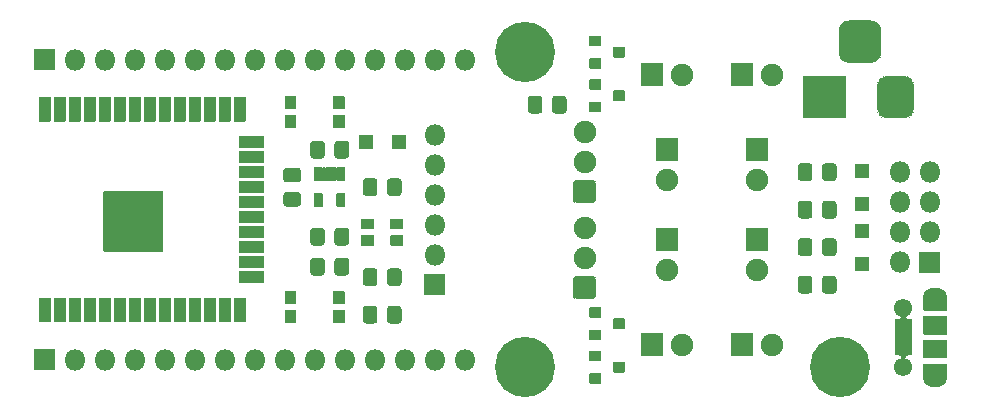
<source format=gbr>
G04 #@! TF.GenerationSoftware,KiCad,Pcbnew,(5.1.9-0-10_14)*
G04 #@! TF.CreationDate,2021-06-13T22:04:25-05:00*
G04 #@! TF.ProjectId,kbxIrBlaster,6b627849-7242-46c6-9173-7465722e6b69,rev?*
G04 #@! TF.SameCoordinates,Original*
G04 #@! TF.FileFunction,Soldermask,Top*
G04 #@! TF.FilePolarity,Negative*
%FSLAX46Y46*%
G04 Gerber Fmt 4.6, Leading zero omitted, Abs format (unit mm)*
G04 Created by KiCad (PCBNEW (5.1.9-0-10_14)) date 2021-06-13 22:04:25*
%MOMM*%
%LPD*%
G01*
G04 APERTURE LIST*
%ADD10O,2.002000X1.302000*%
%ADD11C,1.552000*%
%ADD12C,1.902000*%
%ADD13O,1.802000X1.802000*%
%ADD14C,0.902000*%
%ADD15C,5.102000*%
%ADD16C,0.100000*%
G04 APERTURE END LIST*
G36*
G01*
X146039999Y-79259000D02*
X146690001Y-79259000D01*
G75*
G02*
X146741000Y-79309999I0J-50999D01*
G01*
X146741000Y-80370001D01*
G75*
G02*
X146690001Y-80421000I-50999J0D01*
G01*
X146039999Y-80421000D01*
G75*
G02*
X145989000Y-80370001I0J50999D01*
G01*
X145989000Y-79309999D01*
G75*
G02*
X146039999Y-79259000I50999J0D01*
G01*
G37*
G36*
G01*
X144139999Y-79259000D02*
X144790001Y-79259000D01*
G75*
G02*
X144841000Y-79309999I0J-50999D01*
G01*
X144841000Y-80370001D01*
G75*
G02*
X144790001Y-80421000I-50999J0D01*
G01*
X144139999Y-80421000D01*
G75*
G02*
X144089000Y-80370001I0J50999D01*
G01*
X144089000Y-79309999D01*
G75*
G02*
X144139999Y-79259000I50999J0D01*
G01*
G37*
G36*
G01*
X144139999Y-77059000D02*
X144790001Y-77059000D01*
G75*
G02*
X144841000Y-77109999I0J-50999D01*
G01*
X144841000Y-78170001D01*
G75*
G02*
X144790001Y-78221000I-50999J0D01*
G01*
X144139999Y-78221000D01*
G75*
G02*
X144089000Y-78170001I0J50999D01*
G01*
X144089000Y-77109999D01*
G75*
G02*
X144139999Y-77059000I50999J0D01*
G01*
G37*
G36*
G01*
X145089999Y-77059000D02*
X145740001Y-77059000D01*
G75*
G02*
X145791000Y-77109999I0J-50999D01*
G01*
X145791000Y-78170001D01*
G75*
G02*
X145740001Y-78221000I-50999J0D01*
G01*
X145089999Y-78221000D01*
G75*
G02*
X145039000Y-78170001I0J50999D01*
G01*
X145039000Y-77109999D01*
G75*
G02*
X145089999Y-77059000I50999J0D01*
G01*
G37*
G36*
G01*
X146039999Y-77059000D02*
X146690001Y-77059000D01*
G75*
G02*
X146741000Y-77109999I0J-50999D01*
G01*
X146741000Y-78170001D01*
G75*
G02*
X146690001Y-78221000I-50999J0D01*
G01*
X146039999Y-78221000D01*
G75*
G02*
X145989000Y-78170001I0J50999D01*
G01*
X145989000Y-77109999D01*
G75*
G02*
X146039999Y-77059000I50999J0D01*
G01*
G37*
G36*
G01*
X197640501Y-94991000D02*
X195740499Y-94991000D01*
G75*
G02*
X195689500Y-94940001I0J50999D01*
G01*
X195689500Y-93739999D01*
G75*
G02*
X195740499Y-93689000I50999J0D01*
G01*
X197640501Y-93689000D01*
G75*
G02*
X197691500Y-93739999I0J-50999D01*
G01*
X197691500Y-94940001D01*
G75*
G02*
X197640501Y-94991000I-50999J0D01*
G01*
G37*
G36*
G01*
X197640501Y-89191000D02*
X195740499Y-89191000D01*
G75*
G02*
X195689500Y-89140001I0J50999D01*
G01*
X195689500Y-87939999D01*
G75*
G02*
X195740499Y-87889000I50999J0D01*
G01*
X197640501Y-87889000D01*
G75*
G02*
X197691500Y-87939999I0J-50999D01*
G01*
X197691500Y-89140001D01*
G75*
G02*
X197640501Y-89191000I-50999J0D01*
G01*
G37*
D10*
X196690500Y-87940000D03*
X196690500Y-94940000D03*
G36*
G01*
X197640500Y-93241000D02*
X195740500Y-93241000D01*
G75*
G02*
X195689500Y-93190000I0J51000D01*
G01*
X195689500Y-91690000D01*
G75*
G02*
X195740500Y-91639000I51000J0D01*
G01*
X197640500Y-91639000D01*
G75*
G02*
X197691500Y-91690000I0J-51000D01*
G01*
X197691500Y-93190000D01*
G75*
G02*
X197640500Y-93241000I-51000J0D01*
G01*
G37*
D11*
X193990500Y-88940000D03*
G36*
G01*
X194665500Y-91691000D02*
X193315500Y-91691000D01*
G75*
G02*
X193264500Y-91640000I0J51000D01*
G01*
X193264500Y-91240000D01*
G75*
G02*
X193315500Y-91189000I51000J0D01*
G01*
X194665500Y-91189000D01*
G75*
G02*
X194716500Y-91240000I0J-51000D01*
G01*
X194716500Y-91640000D01*
G75*
G02*
X194665500Y-91691000I-51000J0D01*
G01*
G37*
G36*
G01*
X194665500Y-91041000D02*
X193315500Y-91041000D01*
G75*
G02*
X193264500Y-90990000I0J51000D01*
G01*
X193264500Y-90590000D01*
G75*
G02*
X193315500Y-90539000I51000J0D01*
G01*
X194665500Y-90539000D01*
G75*
G02*
X194716500Y-90590000I0J-51000D01*
G01*
X194716500Y-90990000D01*
G75*
G02*
X194665500Y-91041000I-51000J0D01*
G01*
G37*
G36*
G01*
X194665500Y-90391000D02*
X193315500Y-90391000D01*
G75*
G02*
X193264500Y-90340000I0J51000D01*
G01*
X193264500Y-89940000D01*
G75*
G02*
X193315500Y-89889000I51000J0D01*
G01*
X194665500Y-89889000D01*
G75*
G02*
X194716500Y-89940000I0J-51000D01*
G01*
X194716500Y-90340000D01*
G75*
G02*
X194665500Y-90391000I-51000J0D01*
G01*
G37*
G36*
G01*
X194665500Y-92991000D02*
X193315500Y-92991000D01*
G75*
G02*
X193264500Y-92940000I0J51000D01*
G01*
X193264500Y-92540000D01*
G75*
G02*
X193315500Y-92489000I51000J0D01*
G01*
X194665500Y-92489000D01*
G75*
G02*
X194716500Y-92540000I0J-51000D01*
G01*
X194716500Y-92940000D01*
G75*
G02*
X194665500Y-92991000I-51000J0D01*
G01*
G37*
G36*
G01*
X194665500Y-92341000D02*
X193315500Y-92341000D01*
G75*
G02*
X193264500Y-92290000I0J51000D01*
G01*
X193264500Y-91890000D01*
G75*
G02*
X193315500Y-91839000I51000J0D01*
G01*
X194665500Y-91839000D01*
G75*
G02*
X194716500Y-91890000I0J-51000D01*
G01*
X194716500Y-92290000D01*
G75*
G02*
X194665500Y-92341000I-51000J0D01*
G01*
G37*
X193990500Y-93940000D03*
G36*
G01*
X197640500Y-91241000D02*
X195740500Y-91241000D01*
G75*
G02*
X195689500Y-91190000I0J51000D01*
G01*
X195689500Y-89690000D01*
G75*
G02*
X195740500Y-89639000I51000J0D01*
G01*
X197640500Y-89639000D01*
G75*
G02*
X197691500Y-89690000I0J-51000D01*
G01*
X197691500Y-91190000D01*
G75*
G02*
X197640500Y-91241000I-51000J0D01*
G01*
G37*
G36*
G01*
X121735000Y-73196000D02*
X120835000Y-73196000D01*
G75*
G02*
X120784000Y-73145000I0J51000D01*
G01*
X120784000Y-71145000D01*
G75*
G02*
X120835000Y-71094000I51000J0D01*
G01*
X121735000Y-71094000D01*
G75*
G02*
X121786000Y-71145000I0J-51000D01*
G01*
X121786000Y-73145000D01*
G75*
G02*
X121735000Y-73196000I-51000J0D01*
G01*
G37*
G36*
G01*
X123005000Y-73196000D02*
X122105000Y-73196000D01*
G75*
G02*
X122054000Y-73145000I0J51000D01*
G01*
X122054000Y-71145000D01*
G75*
G02*
X122105000Y-71094000I51000J0D01*
G01*
X123005000Y-71094000D01*
G75*
G02*
X123056000Y-71145000I0J-51000D01*
G01*
X123056000Y-73145000D01*
G75*
G02*
X123005000Y-73196000I-51000J0D01*
G01*
G37*
G36*
G01*
X124275000Y-73196000D02*
X123375000Y-73196000D01*
G75*
G02*
X123324000Y-73145000I0J51000D01*
G01*
X123324000Y-71145000D01*
G75*
G02*
X123375000Y-71094000I51000J0D01*
G01*
X124275000Y-71094000D01*
G75*
G02*
X124326000Y-71145000I0J-51000D01*
G01*
X124326000Y-73145000D01*
G75*
G02*
X124275000Y-73196000I-51000J0D01*
G01*
G37*
G36*
G01*
X125545000Y-73196000D02*
X124645000Y-73196000D01*
G75*
G02*
X124594000Y-73145000I0J51000D01*
G01*
X124594000Y-71145000D01*
G75*
G02*
X124645000Y-71094000I51000J0D01*
G01*
X125545000Y-71094000D01*
G75*
G02*
X125596000Y-71145000I0J-51000D01*
G01*
X125596000Y-73145000D01*
G75*
G02*
X125545000Y-73196000I-51000J0D01*
G01*
G37*
G36*
G01*
X126815000Y-73196000D02*
X125915000Y-73196000D01*
G75*
G02*
X125864000Y-73145000I0J51000D01*
G01*
X125864000Y-71145000D01*
G75*
G02*
X125915000Y-71094000I51000J0D01*
G01*
X126815000Y-71094000D01*
G75*
G02*
X126866000Y-71145000I0J-51000D01*
G01*
X126866000Y-73145000D01*
G75*
G02*
X126815000Y-73196000I-51000J0D01*
G01*
G37*
G36*
G01*
X128085000Y-73196000D02*
X127185000Y-73196000D01*
G75*
G02*
X127134000Y-73145000I0J51000D01*
G01*
X127134000Y-71145000D01*
G75*
G02*
X127185000Y-71094000I51000J0D01*
G01*
X128085000Y-71094000D01*
G75*
G02*
X128136000Y-71145000I0J-51000D01*
G01*
X128136000Y-73145000D01*
G75*
G02*
X128085000Y-73196000I-51000J0D01*
G01*
G37*
G36*
G01*
X129355000Y-73196000D02*
X128455000Y-73196000D01*
G75*
G02*
X128404000Y-73145000I0J51000D01*
G01*
X128404000Y-71145000D01*
G75*
G02*
X128455000Y-71094000I51000J0D01*
G01*
X129355000Y-71094000D01*
G75*
G02*
X129406000Y-71145000I0J-51000D01*
G01*
X129406000Y-73145000D01*
G75*
G02*
X129355000Y-73196000I-51000J0D01*
G01*
G37*
G36*
G01*
X130625000Y-73196000D02*
X129725000Y-73196000D01*
G75*
G02*
X129674000Y-73145000I0J51000D01*
G01*
X129674000Y-71145000D01*
G75*
G02*
X129725000Y-71094000I51000J0D01*
G01*
X130625000Y-71094000D01*
G75*
G02*
X130676000Y-71145000I0J-51000D01*
G01*
X130676000Y-73145000D01*
G75*
G02*
X130625000Y-73196000I-51000J0D01*
G01*
G37*
G36*
G01*
X131895000Y-73196000D02*
X130995000Y-73196000D01*
G75*
G02*
X130944000Y-73145000I0J51000D01*
G01*
X130944000Y-71145000D01*
G75*
G02*
X130995000Y-71094000I51000J0D01*
G01*
X131895000Y-71094000D01*
G75*
G02*
X131946000Y-71145000I0J-51000D01*
G01*
X131946000Y-73145000D01*
G75*
G02*
X131895000Y-73196000I-51000J0D01*
G01*
G37*
G36*
G01*
X133165000Y-73196000D02*
X132265000Y-73196000D01*
G75*
G02*
X132214000Y-73145000I0J51000D01*
G01*
X132214000Y-71145000D01*
G75*
G02*
X132265000Y-71094000I51000J0D01*
G01*
X133165000Y-71094000D01*
G75*
G02*
X133216000Y-71145000I0J-51000D01*
G01*
X133216000Y-73145000D01*
G75*
G02*
X133165000Y-73196000I-51000J0D01*
G01*
G37*
G36*
G01*
X134435000Y-73196000D02*
X133535000Y-73196000D01*
G75*
G02*
X133484000Y-73145000I0J51000D01*
G01*
X133484000Y-71145000D01*
G75*
G02*
X133535000Y-71094000I51000J0D01*
G01*
X134435000Y-71094000D01*
G75*
G02*
X134486000Y-71145000I0J-51000D01*
G01*
X134486000Y-73145000D01*
G75*
G02*
X134435000Y-73196000I-51000J0D01*
G01*
G37*
G36*
G01*
X135705000Y-73196000D02*
X134805000Y-73196000D01*
G75*
G02*
X134754000Y-73145000I0J51000D01*
G01*
X134754000Y-71145000D01*
G75*
G02*
X134805000Y-71094000I51000J0D01*
G01*
X135705000Y-71094000D01*
G75*
G02*
X135756000Y-71145000I0J-51000D01*
G01*
X135756000Y-73145000D01*
G75*
G02*
X135705000Y-73196000I-51000J0D01*
G01*
G37*
G36*
G01*
X136975000Y-73196000D02*
X136075000Y-73196000D01*
G75*
G02*
X136024000Y-73145000I0J51000D01*
G01*
X136024000Y-71145000D01*
G75*
G02*
X136075000Y-71094000I51000J0D01*
G01*
X136975000Y-71094000D01*
G75*
G02*
X137026000Y-71145000I0J-51000D01*
G01*
X137026000Y-73145000D01*
G75*
G02*
X136975000Y-73196000I-51000J0D01*
G01*
G37*
G36*
G01*
X138245000Y-73196000D02*
X137345000Y-73196000D01*
G75*
G02*
X137294000Y-73145000I0J51000D01*
G01*
X137294000Y-71145000D01*
G75*
G02*
X137345000Y-71094000I51000J0D01*
G01*
X138245000Y-71094000D01*
G75*
G02*
X138296000Y-71145000I0J-51000D01*
G01*
X138296000Y-73145000D01*
G75*
G02*
X138245000Y-73196000I-51000J0D01*
G01*
G37*
G36*
G01*
X139846000Y-74480000D02*
X139846000Y-75380000D01*
G75*
G02*
X139795000Y-75431000I-51000J0D01*
G01*
X137795000Y-75431000D01*
G75*
G02*
X137744000Y-75380000I0J51000D01*
G01*
X137744000Y-74480000D01*
G75*
G02*
X137795000Y-74429000I51000J0D01*
G01*
X139795000Y-74429000D01*
G75*
G02*
X139846000Y-74480000I0J-51000D01*
G01*
G37*
G36*
G01*
X139846000Y-75750000D02*
X139846000Y-76650000D01*
G75*
G02*
X139795000Y-76701000I-51000J0D01*
G01*
X137795000Y-76701000D01*
G75*
G02*
X137744000Y-76650000I0J51000D01*
G01*
X137744000Y-75750000D01*
G75*
G02*
X137795000Y-75699000I51000J0D01*
G01*
X139795000Y-75699000D01*
G75*
G02*
X139846000Y-75750000I0J-51000D01*
G01*
G37*
G36*
G01*
X139846000Y-77020000D02*
X139846000Y-77920000D01*
G75*
G02*
X139795000Y-77971000I-51000J0D01*
G01*
X137795000Y-77971000D01*
G75*
G02*
X137744000Y-77920000I0J51000D01*
G01*
X137744000Y-77020000D01*
G75*
G02*
X137795000Y-76969000I51000J0D01*
G01*
X139795000Y-76969000D01*
G75*
G02*
X139846000Y-77020000I0J-51000D01*
G01*
G37*
G36*
G01*
X139846000Y-78290000D02*
X139846000Y-79190000D01*
G75*
G02*
X139795000Y-79241000I-51000J0D01*
G01*
X137795000Y-79241000D01*
G75*
G02*
X137744000Y-79190000I0J51000D01*
G01*
X137744000Y-78290000D01*
G75*
G02*
X137795000Y-78239000I51000J0D01*
G01*
X139795000Y-78239000D01*
G75*
G02*
X139846000Y-78290000I0J-51000D01*
G01*
G37*
G36*
G01*
X139846000Y-79560000D02*
X139846000Y-80460000D01*
G75*
G02*
X139795000Y-80511000I-51000J0D01*
G01*
X137795000Y-80511000D01*
G75*
G02*
X137744000Y-80460000I0J51000D01*
G01*
X137744000Y-79560000D01*
G75*
G02*
X137795000Y-79509000I51000J0D01*
G01*
X139795000Y-79509000D01*
G75*
G02*
X139846000Y-79560000I0J-51000D01*
G01*
G37*
G36*
G01*
X139846000Y-80830000D02*
X139846000Y-81730000D01*
G75*
G02*
X139795000Y-81781000I-51000J0D01*
G01*
X137795000Y-81781000D01*
G75*
G02*
X137744000Y-81730000I0J51000D01*
G01*
X137744000Y-80830000D01*
G75*
G02*
X137795000Y-80779000I51000J0D01*
G01*
X139795000Y-80779000D01*
G75*
G02*
X139846000Y-80830000I0J-51000D01*
G01*
G37*
G36*
G01*
X139846000Y-82100000D02*
X139846000Y-83000000D01*
G75*
G02*
X139795000Y-83051000I-51000J0D01*
G01*
X137795000Y-83051000D01*
G75*
G02*
X137744000Y-83000000I0J51000D01*
G01*
X137744000Y-82100000D01*
G75*
G02*
X137795000Y-82049000I51000J0D01*
G01*
X139795000Y-82049000D01*
G75*
G02*
X139846000Y-82100000I0J-51000D01*
G01*
G37*
G36*
G01*
X139846000Y-83370000D02*
X139846000Y-84270000D01*
G75*
G02*
X139795000Y-84321000I-51000J0D01*
G01*
X137795000Y-84321000D01*
G75*
G02*
X137744000Y-84270000I0J51000D01*
G01*
X137744000Y-83370000D01*
G75*
G02*
X137795000Y-83319000I51000J0D01*
G01*
X139795000Y-83319000D01*
G75*
G02*
X139846000Y-83370000I0J-51000D01*
G01*
G37*
G36*
G01*
X139846000Y-84640000D02*
X139846000Y-85540000D01*
G75*
G02*
X139795000Y-85591000I-51000J0D01*
G01*
X137795000Y-85591000D01*
G75*
G02*
X137744000Y-85540000I0J51000D01*
G01*
X137744000Y-84640000D01*
G75*
G02*
X137795000Y-84589000I51000J0D01*
G01*
X139795000Y-84589000D01*
G75*
G02*
X139846000Y-84640000I0J-51000D01*
G01*
G37*
G36*
G01*
X139846000Y-85910000D02*
X139846000Y-86810000D01*
G75*
G02*
X139795000Y-86861000I-51000J0D01*
G01*
X137795000Y-86861000D01*
G75*
G02*
X137744000Y-86810000I0J51000D01*
G01*
X137744000Y-85910000D01*
G75*
G02*
X137795000Y-85859000I51000J0D01*
G01*
X139795000Y-85859000D01*
G75*
G02*
X139846000Y-85910000I0J-51000D01*
G01*
G37*
G36*
G01*
X138245000Y-90196000D02*
X137345000Y-90196000D01*
G75*
G02*
X137294000Y-90145000I0J51000D01*
G01*
X137294000Y-88145000D01*
G75*
G02*
X137345000Y-88094000I51000J0D01*
G01*
X138245000Y-88094000D01*
G75*
G02*
X138296000Y-88145000I0J-51000D01*
G01*
X138296000Y-90145000D01*
G75*
G02*
X138245000Y-90196000I-51000J0D01*
G01*
G37*
G36*
G01*
X136975000Y-90196000D02*
X136075000Y-90196000D01*
G75*
G02*
X136024000Y-90145000I0J51000D01*
G01*
X136024000Y-88145000D01*
G75*
G02*
X136075000Y-88094000I51000J0D01*
G01*
X136975000Y-88094000D01*
G75*
G02*
X137026000Y-88145000I0J-51000D01*
G01*
X137026000Y-90145000D01*
G75*
G02*
X136975000Y-90196000I-51000J0D01*
G01*
G37*
G36*
G01*
X135705000Y-90196000D02*
X134805000Y-90196000D01*
G75*
G02*
X134754000Y-90145000I0J51000D01*
G01*
X134754000Y-88145000D01*
G75*
G02*
X134805000Y-88094000I51000J0D01*
G01*
X135705000Y-88094000D01*
G75*
G02*
X135756000Y-88145000I0J-51000D01*
G01*
X135756000Y-90145000D01*
G75*
G02*
X135705000Y-90196000I-51000J0D01*
G01*
G37*
G36*
G01*
X134435000Y-90196000D02*
X133535000Y-90196000D01*
G75*
G02*
X133484000Y-90145000I0J51000D01*
G01*
X133484000Y-88145000D01*
G75*
G02*
X133535000Y-88094000I51000J0D01*
G01*
X134435000Y-88094000D01*
G75*
G02*
X134486000Y-88145000I0J-51000D01*
G01*
X134486000Y-90145000D01*
G75*
G02*
X134435000Y-90196000I-51000J0D01*
G01*
G37*
G36*
G01*
X133165000Y-90196000D02*
X132265000Y-90196000D01*
G75*
G02*
X132214000Y-90145000I0J51000D01*
G01*
X132214000Y-88145000D01*
G75*
G02*
X132265000Y-88094000I51000J0D01*
G01*
X133165000Y-88094000D01*
G75*
G02*
X133216000Y-88145000I0J-51000D01*
G01*
X133216000Y-90145000D01*
G75*
G02*
X133165000Y-90196000I-51000J0D01*
G01*
G37*
G36*
G01*
X131895000Y-90196000D02*
X130995000Y-90196000D01*
G75*
G02*
X130944000Y-90145000I0J51000D01*
G01*
X130944000Y-88145000D01*
G75*
G02*
X130995000Y-88094000I51000J0D01*
G01*
X131895000Y-88094000D01*
G75*
G02*
X131946000Y-88145000I0J-51000D01*
G01*
X131946000Y-90145000D01*
G75*
G02*
X131895000Y-90196000I-51000J0D01*
G01*
G37*
G36*
G01*
X130625000Y-90196000D02*
X129725000Y-90196000D01*
G75*
G02*
X129674000Y-90145000I0J51000D01*
G01*
X129674000Y-88145000D01*
G75*
G02*
X129725000Y-88094000I51000J0D01*
G01*
X130625000Y-88094000D01*
G75*
G02*
X130676000Y-88145000I0J-51000D01*
G01*
X130676000Y-90145000D01*
G75*
G02*
X130625000Y-90196000I-51000J0D01*
G01*
G37*
G36*
G01*
X129355000Y-90196000D02*
X128455000Y-90196000D01*
G75*
G02*
X128404000Y-90145000I0J51000D01*
G01*
X128404000Y-88145000D01*
G75*
G02*
X128455000Y-88094000I51000J0D01*
G01*
X129355000Y-88094000D01*
G75*
G02*
X129406000Y-88145000I0J-51000D01*
G01*
X129406000Y-90145000D01*
G75*
G02*
X129355000Y-90196000I-51000J0D01*
G01*
G37*
G36*
G01*
X128085000Y-90196000D02*
X127185000Y-90196000D01*
G75*
G02*
X127134000Y-90145000I0J51000D01*
G01*
X127134000Y-88145000D01*
G75*
G02*
X127185000Y-88094000I51000J0D01*
G01*
X128085000Y-88094000D01*
G75*
G02*
X128136000Y-88145000I0J-51000D01*
G01*
X128136000Y-90145000D01*
G75*
G02*
X128085000Y-90196000I-51000J0D01*
G01*
G37*
G36*
G01*
X126815000Y-90196000D02*
X125915000Y-90196000D01*
G75*
G02*
X125864000Y-90145000I0J51000D01*
G01*
X125864000Y-88145000D01*
G75*
G02*
X125915000Y-88094000I51000J0D01*
G01*
X126815000Y-88094000D01*
G75*
G02*
X126866000Y-88145000I0J-51000D01*
G01*
X126866000Y-90145000D01*
G75*
G02*
X126815000Y-90196000I-51000J0D01*
G01*
G37*
G36*
G01*
X125545000Y-90196000D02*
X124645000Y-90196000D01*
G75*
G02*
X124594000Y-90145000I0J51000D01*
G01*
X124594000Y-88145000D01*
G75*
G02*
X124645000Y-88094000I51000J0D01*
G01*
X125545000Y-88094000D01*
G75*
G02*
X125596000Y-88145000I0J-51000D01*
G01*
X125596000Y-90145000D01*
G75*
G02*
X125545000Y-90196000I-51000J0D01*
G01*
G37*
G36*
G01*
X124275000Y-90196000D02*
X123375000Y-90196000D01*
G75*
G02*
X123324000Y-90145000I0J51000D01*
G01*
X123324000Y-88145000D01*
G75*
G02*
X123375000Y-88094000I51000J0D01*
G01*
X124275000Y-88094000D01*
G75*
G02*
X124326000Y-88145000I0J-51000D01*
G01*
X124326000Y-90145000D01*
G75*
G02*
X124275000Y-90196000I-51000J0D01*
G01*
G37*
G36*
G01*
X123005000Y-90196000D02*
X122105000Y-90196000D01*
G75*
G02*
X122054000Y-90145000I0J51000D01*
G01*
X122054000Y-88145000D01*
G75*
G02*
X122105000Y-88094000I51000J0D01*
G01*
X123005000Y-88094000D01*
G75*
G02*
X123056000Y-88145000I0J-51000D01*
G01*
X123056000Y-90145000D01*
G75*
G02*
X123005000Y-90196000I-51000J0D01*
G01*
G37*
G36*
G01*
X121735000Y-90196000D02*
X120835000Y-90196000D01*
G75*
G02*
X120784000Y-90145000I0J51000D01*
G01*
X120784000Y-88145000D01*
G75*
G02*
X120835000Y-88094000I51000J0D01*
G01*
X121735000Y-88094000D01*
G75*
G02*
X121786000Y-88145000I0J-51000D01*
G01*
X121786000Y-90145000D01*
G75*
G02*
X121735000Y-90196000I-51000J0D01*
G01*
G37*
G36*
G01*
X131285000Y-84196000D02*
X126285000Y-84196000D01*
G75*
G02*
X126234000Y-84145000I0J51000D01*
G01*
X126234000Y-79145000D01*
G75*
G02*
X126285000Y-79094000I51000J0D01*
G01*
X131285000Y-79094000D01*
G75*
G02*
X131336000Y-79145000I0J-51000D01*
G01*
X131336000Y-84145000D01*
G75*
G02*
X131285000Y-84196000I-51000J0D01*
G01*
G37*
D12*
X167005000Y-74041000D03*
X167005000Y-76581000D03*
G36*
G01*
X167691622Y-80072000D02*
X166318378Y-80072000D01*
G75*
G02*
X166054000Y-79807622I0J264378D01*
G01*
X166054000Y-78434378D01*
G75*
G02*
X166318378Y-78170000I264378J0D01*
G01*
X167691622Y-78170000D01*
G75*
G02*
X167956000Y-78434378I0J-264378D01*
G01*
X167956000Y-79807622D01*
G75*
G02*
X167691622Y-80072000I-264378J0D01*
G01*
G37*
X167005000Y-82169000D03*
X167005000Y-84709000D03*
G36*
G01*
X167691622Y-88200000D02*
X166318378Y-88200000D01*
G75*
G02*
X166054000Y-87935622I0J264378D01*
G01*
X166054000Y-86562378D01*
G75*
G02*
X166318378Y-86298000I264378J0D01*
G01*
X167691622Y-86298000D01*
G75*
G02*
X167956000Y-86562378I0J-264378D01*
G01*
X167956000Y-87935622D01*
G75*
G02*
X167691622Y-88200000I-264378J0D01*
G01*
G37*
G36*
G01*
X169409000Y-71393000D02*
X169409000Y-70593000D01*
G75*
G02*
X169460000Y-70542000I51000J0D01*
G01*
X170360000Y-70542000D01*
G75*
G02*
X170411000Y-70593000I0J-51000D01*
G01*
X170411000Y-71393000D01*
G75*
G02*
X170360000Y-71444000I-51000J0D01*
G01*
X169460000Y-71444000D01*
G75*
G02*
X169409000Y-71393000I0J51000D01*
G01*
G37*
G36*
G01*
X167409000Y-72343000D02*
X167409000Y-71543000D01*
G75*
G02*
X167460000Y-71492000I51000J0D01*
G01*
X168360000Y-71492000D01*
G75*
G02*
X168411000Y-71543000I0J-51000D01*
G01*
X168411000Y-72343000D01*
G75*
G02*
X168360000Y-72394000I-51000J0D01*
G01*
X167460000Y-72394000D01*
G75*
G02*
X167409000Y-72343000I0J51000D01*
G01*
G37*
G36*
G01*
X167409000Y-70443000D02*
X167409000Y-69643000D01*
G75*
G02*
X167460000Y-69592000I51000J0D01*
G01*
X168360000Y-69592000D01*
G75*
G02*
X168411000Y-69643000I0J-51000D01*
G01*
X168411000Y-70443000D01*
G75*
G02*
X168360000Y-70494000I-51000J0D01*
G01*
X167460000Y-70494000D01*
G75*
G02*
X167409000Y-70443000I0J51000D01*
G01*
G37*
G36*
G01*
X148059000Y-83650000D02*
X148059000Y-82850000D01*
G75*
G02*
X148110000Y-82799000I51000J0D01*
G01*
X149110000Y-82799000D01*
G75*
G02*
X149161000Y-82850000I0J-51000D01*
G01*
X149161000Y-83650000D01*
G75*
G02*
X149110000Y-83701000I-51000J0D01*
G01*
X148110000Y-83701000D01*
G75*
G02*
X148059000Y-83650000I0J51000D01*
G01*
G37*
G36*
G01*
X150559000Y-83650000D02*
X150559000Y-82850000D01*
G75*
G02*
X150610000Y-82799000I51000J0D01*
G01*
X151610000Y-82799000D01*
G75*
G02*
X151661000Y-82850000I0J-51000D01*
G01*
X151661000Y-83650000D01*
G75*
G02*
X151610000Y-83701000I-51000J0D01*
G01*
X150610000Y-83701000D01*
G75*
G02*
X150559000Y-83650000I0J51000D01*
G01*
G37*
G36*
G01*
X150559000Y-82250000D02*
X150559000Y-81450000D01*
G75*
G02*
X150610000Y-81399000I51000J0D01*
G01*
X151610000Y-81399000D01*
G75*
G02*
X151661000Y-81450000I0J-51000D01*
G01*
X151661000Y-82250000D01*
G75*
G02*
X151610000Y-82301000I-51000J0D01*
G01*
X150610000Y-82301000D01*
G75*
G02*
X150559000Y-82250000I0J51000D01*
G01*
G37*
G36*
G01*
X148059000Y-82250000D02*
X148059000Y-81450000D01*
G75*
G02*
X148110000Y-81399000I51000J0D01*
G01*
X149110000Y-81399000D01*
G75*
G02*
X149161000Y-81450000I0J-51000D01*
G01*
X149161000Y-82250000D01*
G75*
G02*
X149110000Y-82301000I-51000J0D01*
G01*
X148110000Y-82301000D01*
G75*
G02*
X148059000Y-82250000I0J51000D01*
G01*
G37*
G36*
G01*
X169409000Y-90697000D02*
X169409000Y-89897000D01*
G75*
G02*
X169460000Y-89846000I51000J0D01*
G01*
X170360000Y-89846000D01*
G75*
G02*
X170411000Y-89897000I0J-51000D01*
G01*
X170411000Y-90697000D01*
G75*
G02*
X170360000Y-90748000I-51000J0D01*
G01*
X169460000Y-90748000D01*
G75*
G02*
X169409000Y-90697000I0J51000D01*
G01*
G37*
G36*
G01*
X167409000Y-91647000D02*
X167409000Y-90847000D01*
G75*
G02*
X167460000Y-90796000I51000J0D01*
G01*
X168360000Y-90796000D01*
G75*
G02*
X168411000Y-90847000I0J-51000D01*
G01*
X168411000Y-91647000D01*
G75*
G02*
X168360000Y-91698000I-51000J0D01*
G01*
X167460000Y-91698000D01*
G75*
G02*
X167409000Y-91647000I0J51000D01*
G01*
G37*
G36*
G01*
X167409000Y-89747000D02*
X167409000Y-88947000D01*
G75*
G02*
X167460000Y-88896000I51000J0D01*
G01*
X168360000Y-88896000D01*
G75*
G02*
X168411000Y-88947000I0J-51000D01*
G01*
X168411000Y-89747000D01*
G75*
G02*
X168360000Y-89798000I-51000J0D01*
G01*
X167460000Y-89798000D01*
G75*
G02*
X167409000Y-89747000I0J51000D01*
G01*
G37*
G36*
G01*
X169409000Y-67710000D02*
X169409000Y-66910000D01*
G75*
G02*
X169460000Y-66859000I51000J0D01*
G01*
X170360000Y-66859000D01*
G75*
G02*
X170411000Y-66910000I0J-51000D01*
G01*
X170411000Y-67710000D01*
G75*
G02*
X170360000Y-67761000I-51000J0D01*
G01*
X169460000Y-67761000D01*
G75*
G02*
X169409000Y-67710000I0J51000D01*
G01*
G37*
G36*
G01*
X167409000Y-68660000D02*
X167409000Y-67860000D01*
G75*
G02*
X167460000Y-67809000I51000J0D01*
G01*
X168360000Y-67809000D01*
G75*
G02*
X168411000Y-67860000I0J-51000D01*
G01*
X168411000Y-68660000D01*
G75*
G02*
X168360000Y-68711000I-51000J0D01*
G01*
X167460000Y-68711000D01*
G75*
G02*
X167409000Y-68660000I0J51000D01*
G01*
G37*
G36*
G01*
X167409000Y-66760000D02*
X167409000Y-65960000D01*
G75*
G02*
X167460000Y-65909000I51000J0D01*
G01*
X168360000Y-65909000D01*
G75*
G02*
X168411000Y-65960000I0J-51000D01*
G01*
X168411000Y-66760000D01*
G75*
G02*
X168360000Y-66811000I-51000J0D01*
G01*
X167460000Y-66811000D01*
G75*
G02*
X167409000Y-66760000I0J51000D01*
G01*
G37*
X175260000Y-69215000D03*
G36*
G01*
X171769000Y-70115000D02*
X171769000Y-68315000D01*
G75*
G02*
X171820000Y-68264000I51000J0D01*
G01*
X173620000Y-68264000D01*
G75*
G02*
X173671000Y-68315000I0J-51000D01*
G01*
X173671000Y-70115000D01*
G75*
G02*
X173620000Y-70166000I-51000J0D01*
G01*
X171820000Y-70166000D01*
G75*
G02*
X171769000Y-70115000I0J51000D01*
G01*
G37*
X173990000Y-78105000D03*
G36*
G01*
X173090000Y-74614000D02*
X174890000Y-74614000D01*
G75*
G02*
X174941000Y-74665000I0J-51000D01*
G01*
X174941000Y-76465000D01*
G75*
G02*
X174890000Y-76516000I-51000J0D01*
G01*
X173090000Y-76516000D01*
G75*
G02*
X173039000Y-76465000I0J51000D01*
G01*
X173039000Y-74665000D01*
G75*
G02*
X173090000Y-74614000I51000J0D01*
G01*
G37*
X182880000Y-69215000D03*
G36*
G01*
X179389000Y-70115000D02*
X179389000Y-68315000D01*
G75*
G02*
X179440000Y-68264000I51000J0D01*
G01*
X181240000Y-68264000D01*
G75*
G02*
X181291000Y-68315000I0J-51000D01*
G01*
X181291000Y-70115000D01*
G75*
G02*
X181240000Y-70166000I-51000J0D01*
G01*
X179440000Y-70166000D01*
G75*
G02*
X179389000Y-70115000I0J51000D01*
G01*
G37*
X181610000Y-78105000D03*
G36*
G01*
X180710000Y-74614000D02*
X182510000Y-74614000D01*
G75*
G02*
X182561000Y-74665000I0J-51000D01*
G01*
X182561000Y-76465000D01*
G75*
G02*
X182510000Y-76516000I-51000J0D01*
G01*
X180710000Y-76516000D01*
G75*
G02*
X180659000Y-76465000I0J51000D01*
G01*
X180659000Y-74665000D01*
G75*
G02*
X180710000Y-74614000I51000J0D01*
G01*
G37*
G36*
G01*
X145694000Y-73690000D02*
X145694000Y-72690000D01*
G75*
G02*
X145745000Y-72639000I51000J0D01*
G01*
X146645000Y-72639000D01*
G75*
G02*
X146696000Y-72690000I0J-51000D01*
G01*
X146696000Y-73690000D01*
G75*
G02*
X146645000Y-73741000I-51000J0D01*
G01*
X145745000Y-73741000D01*
G75*
G02*
X145694000Y-73690000I0J51000D01*
G01*
G37*
G36*
G01*
X145694000Y-72090000D02*
X145694000Y-71090000D01*
G75*
G02*
X145745000Y-71039000I51000J0D01*
G01*
X146645000Y-71039000D01*
G75*
G02*
X146696000Y-71090000I0J-51000D01*
G01*
X146696000Y-72090000D01*
G75*
G02*
X146645000Y-72141000I-51000J0D01*
G01*
X145745000Y-72141000D01*
G75*
G02*
X145694000Y-72090000I0J51000D01*
G01*
G37*
G36*
G01*
X141594000Y-73690000D02*
X141594000Y-72690000D01*
G75*
G02*
X141645000Y-72639000I51000J0D01*
G01*
X142545000Y-72639000D01*
G75*
G02*
X142596000Y-72690000I0J-51000D01*
G01*
X142596000Y-73690000D01*
G75*
G02*
X142545000Y-73741000I-51000J0D01*
G01*
X141645000Y-73741000D01*
G75*
G02*
X141594000Y-73690000I0J51000D01*
G01*
G37*
G36*
G01*
X141594000Y-72090000D02*
X141594000Y-71090000D01*
G75*
G02*
X141645000Y-71039000I51000J0D01*
G01*
X142545000Y-71039000D01*
G75*
G02*
X142596000Y-71090000I0J-51000D01*
G01*
X142596000Y-72090000D01*
G75*
G02*
X142545000Y-72141000I-51000J0D01*
G01*
X141645000Y-72141000D01*
G75*
G02*
X141594000Y-72090000I0J51000D01*
G01*
G37*
G36*
G01*
X146696000Y-89200000D02*
X146696000Y-90200000D01*
G75*
G02*
X146645000Y-90251000I-51000J0D01*
G01*
X145745000Y-90251000D01*
G75*
G02*
X145694000Y-90200000I0J51000D01*
G01*
X145694000Y-89200000D01*
G75*
G02*
X145745000Y-89149000I51000J0D01*
G01*
X146645000Y-89149000D01*
G75*
G02*
X146696000Y-89200000I0J-51000D01*
G01*
G37*
G36*
G01*
X146696000Y-87600000D02*
X146696000Y-88600000D01*
G75*
G02*
X146645000Y-88651000I-51000J0D01*
G01*
X145745000Y-88651000D01*
G75*
G02*
X145694000Y-88600000I0J51000D01*
G01*
X145694000Y-87600000D01*
G75*
G02*
X145745000Y-87549000I51000J0D01*
G01*
X146645000Y-87549000D01*
G75*
G02*
X146696000Y-87600000I0J-51000D01*
G01*
G37*
G36*
G01*
X142596000Y-89200000D02*
X142596000Y-90200000D01*
G75*
G02*
X142545000Y-90251000I-51000J0D01*
G01*
X141645000Y-90251000D01*
G75*
G02*
X141594000Y-90200000I0J51000D01*
G01*
X141594000Y-89200000D01*
G75*
G02*
X141645000Y-89149000I51000J0D01*
G01*
X142545000Y-89149000D01*
G75*
G02*
X142596000Y-89200000I0J-51000D01*
G01*
G37*
G36*
G01*
X142596000Y-87600000D02*
X142596000Y-88600000D01*
G75*
G02*
X142545000Y-88651000I-51000J0D01*
G01*
X141645000Y-88651000D01*
G75*
G02*
X141594000Y-88600000I0J51000D01*
G01*
X141594000Y-87600000D01*
G75*
G02*
X141645000Y-87549000I51000J0D01*
G01*
X142545000Y-87549000D01*
G75*
G02*
X142596000Y-87600000I0J-51000D01*
G01*
G37*
G36*
G01*
X169409000Y-94380000D02*
X169409000Y-93580000D01*
G75*
G02*
X169460000Y-93529000I51000J0D01*
G01*
X170360000Y-93529000D01*
G75*
G02*
X170411000Y-93580000I0J-51000D01*
G01*
X170411000Y-94380000D01*
G75*
G02*
X170360000Y-94431000I-51000J0D01*
G01*
X169460000Y-94431000D01*
G75*
G02*
X169409000Y-94380000I0J51000D01*
G01*
G37*
G36*
G01*
X167409000Y-95330000D02*
X167409000Y-94530000D01*
G75*
G02*
X167460000Y-94479000I51000J0D01*
G01*
X168360000Y-94479000D01*
G75*
G02*
X168411000Y-94530000I0J-51000D01*
G01*
X168411000Y-95330000D01*
G75*
G02*
X168360000Y-95381000I-51000J0D01*
G01*
X167460000Y-95381000D01*
G75*
G02*
X167409000Y-95330000I0J51000D01*
G01*
G37*
G36*
G01*
X167409000Y-93430000D02*
X167409000Y-92630000D01*
G75*
G02*
X167460000Y-92579000I51000J0D01*
G01*
X168360000Y-92579000D01*
G75*
G02*
X168411000Y-92630000I0J-51000D01*
G01*
X168411000Y-93430000D01*
G75*
G02*
X168360000Y-93481000I-51000J0D01*
G01*
X167460000Y-93481000D01*
G75*
G02*
X167409000Y-93430000I0J51000D01*
G01*
G37*
D13*
X156845000Y-67945000D03*
X154305000Y-67945000D03*
X151765000Y-67945000D03*
X149225000Y-67945000D03*
X146685000Y-67945000D03*
X144145000Y-67945000D03*
X141605000Y-67945000D03*
X139065000Y-67945000D03*
X136525000Y-67945000D03*
X133985000Y-67945000D03*
X131445000Y-67945000D03*
X128905000Y-67945000D03*
X126365000Y-67945000D03*
X123825000Y-67945000D03*
G36*
G01*
X122135000Y-68846000D02*
X120435000Y-68846000D01*
G75*
G02*
X120384000Y-68795000I0J51000D01*
G01*
X120384000Y-67095000D01*
G75*
G02*
X120435000Y-67044000I51000J0D01*
G01*
X122135000Y-67044000D01*
G75*
G02*
X122186000Y-67095000I0J-51000D01*
G01*
X122186000Y-68795000D01*
G75*
G02*
X122135000Y-68846000I-51000J0D01*
G01*
G37*
X156845000Y-93345000D03*
X154305000Y-93345000D03*
X151765000Y-93345000D03*
X149225000Y-93345000D03*
X146685000Y-93345000D03*
X144145000Y-93345000D03*
X141605000Y-93345000D03*
X139065000Y-93345000D03*
X136525000Y-93345000D03*
X133985000Y-93345000D03*
X131445000Y-93345000D03*
X128905000Y-93345000D03*
X126365000Y-93345000D03*
X123825000Y-93345000D03*
G36*
G01*
X122135000Y-94246000D02*
X120435000Y-94246000D01*
G75*
G02*
X120384000Y-94195000I0J51000D01*
G01*
X120384000Y-92495000D01*
G75*
G02*
X120435000Y-92444000I51000J0D01*
G01*
X122135000Y-92444000D01*
G75*
G02*
X122186000Y-92495000I0J-51000D01*
G01*
X122186000Y-94195000D01*
G75*
G02*
X122135000Y-94246000I-51000J0D01*
G01*
G37*
X154305000Y-74295000D03*
X154305000Y-76835000D03*
X154305000Y-79375000D03*
X154305000Y-81915000D03*
X154305000Y-84455000D03*
G36*
G01*
X155206000Y-86145000D02*
X155206000Y-87845000D01*
G75*
G02*
X155155000Y-87896000I-51000J0D01*
G01*
X153455000Y-87896000D01*
G75*
G02*
X153404000Y-87845000I0J51000D01*
G01*
X153404000Y-86145000D01*
G75*
G02*
X153455000Y-86094000I51000J0D01*
G01*
X155155000Y-86094000D01*
G75*
G02*
X155206000Y-86145000I0J-51000D01*
G01*
G37*
X193675000Y-77470000D03*
X196215000Y-77470000D03*
X193675000Y-80010000D03*
X196215000Y-80010000D03*
X193675000Y-82550000D03*
X196215000Y-82550000D03*
X193675000Y-85090000D03*
G36*
G01*
X197116000Y-84240000D02*
X197116000Y-85940000D01*
G75*
G02*
X197065000Y-85991000I-51000J0D01*
G01*
X195365000Y-85991000D01*
G75*
G02*
X195314000Y-85940000I0J51000D01*
G01*
X195314000Y-84240000D01*
G75*
G02*
X195365000Y-84189000I51000J0D01*
G01*
X197065000Y-84189000D01*
G75*
G02*
X197116000Y-84240000I0J-51000D01*
G01*
G37*
G36*
G01*
X192126000Y-65519500D02*
X192126000Y-67320500D01*
G75*
G02*
X191225500Y-68221000I-900500J0D01*
G01*
X189424500Y-68221000D01*
G75*
G02*
X188524000Y-67320500I0J900500D01*
G01*
X188524000Y-65519500D01*
G75*
G02*
X189424500Y-64619000I900500J0D01*
G01*
X191225500Y-64619000D01*
G75*
G02*
X192126000Y-65519500I0J-900500D01*
G01*
G37*
G36*
G01*
X194876000Y-70094500D02*
X194876000Y-72145500D01*
G75*
G02*
X194100500Y-72921000I-775500J0D01*
G01*
X192549500Y-72921000D01*
G75*
G02*
X191774000Y-72145500I0J775500D01*
G01*
X191774000Y-70094500D01*
G75*
G02*
X192549500Y-69319000I775500J0D01*
G01*
X194100500Y-69319000D01*
G75*
G02*
X194876000Y-70094500I0J-775500D01*
G01*
G37*
G36*
G01*
X189126000Y-69370000D02*
X189126000Y-72870000D01*
G75*
G02*
X189075000Y-72921000I-51000J0D01*
G01*
X185575000Y-72921000D01*
G75*
G02*
X185524000Y-72870000I0J51000D01*
G01*
X185524000Y-69370000D01*
G75*
G02*
X185575000Y-69319000I51000J0D01*
G01*
X189075000Y-69319000D01*
G75*
G02*
X189126000Y-69370000I0J-51000D01*
G01*
G37*
D14*
X189920825Y-92654175D03*
X188595000Y-92105000D03*
X187269175Y-92654175D03*
X186720000Y-93980000D03*
X187269175Y-95305825D03*
X188595000Y-95855000D03*
X189920825Y-95305825D03*
X190470000Y-93980000D03*
D15*
X188595000Y-93980000D03*
D14*
X163250825Y-92654175D03*
X161925000Y-92105000D03*
X160599175Y-92654175D03*
X160050000Y-93980000D03*
X160599175Y-95305825D03*
X161925000Y-95855000D03*
X163250825Y-95305825D03*
X163800000Y-93980000D03*
D15*
X161925000Y-93980000D03*
D14*
X163250825Y-65984175D03*
X161925000Y-65435000D03*
X160599175Y-65984175D03*
X160050000Y-67310000D03*
X160599175Y-68635825D03*
X161925000Y-69185000D03*
X163250825Y-68635825D03*
X163800000Y-67310000D03*
D15*
X161925000Y-67310000D03*
G36*
G01*
X189950000Y-84619000D02*
X191050000Y-84619000D01*
G75*
G02*
X191101000Y-84670000I0J-51000D01*
G01*
X191101000Y-85770000D01*
G75*
G02*
X191050000Y-85821000I-51000J0D01*
G01*
X189950000Y-85821000D01*
G75*
G02*
X189899000Y-85770000I0J51000D01*
G01*
X189899000Y-84670000D01*
G75*
G02*
X189950000Y-84619000I51000J0D01*
G01*
G37*
G36*
G01*
X189950000Y-81819000D02*
X191050000Y-81819000D01*
G75*
G02*
X191101000Y-81870000I0J-51000D01*
G01*
X191101000Y-82970000D01*
G75*
G02*
X191050000Y-83021000I-51000J0D01*
G01*
X189950000Y-83021000D01*
G75*
G02*
X189899000Y-82970000I0J51000D01*
G01*
X189899000Y-81870000D01*
G75*
G02*
X189950000Y-81819000I51000J0D01*
G01*
G37*
G36*
G01*
X191050000Y-77941000D02*
X189950000Y-77941000D01*
G75*
G02*
X189899000Y-77890000I0J51000D01*
G01*
X189899000Y-76790000D01*
G75*
G02*
X189950000Y-76739000I51000J0D01*
G01*
X191050000Y-76739000D01*
G75*
G02*
X191101000Y-76790000I0J-51000D01*
G01*
X191101000Y-77890000D01*
G75*
G02*
X191050000Y-77941000I-51000J0D01*
G01*
G37*
G36*
G01*
X191050000Y-80741000D02*
X189950000Y-80741000D01*
G75*
G02*
X189899000Y-80690000I0J51000D01*
G01*
X189899000Y-79590000D01*
G75*
G02*
X189950000Y-79539000I51000J0D01*
G01*
X191050000Y-79539000D01*
G75*
G02*
X191101000Y-79590000I0J-51000D01*
G01*
X191101000Y-80690000D01*
G75*
G02*
X191050000Y-80741000I-51000J0D01*
G01*
G37*
G36*
G01*
X150659000Y-75480000D02*
X150659000Y-74380000D01*
G75*
G02*
X150710000Y-74329000I51000J0D01*
G01*
X151810000Y-74329000D01*
G75*
G02*
X151861000Y-74380000I0J-51000D01*
G01*
X151861000Y-75480000D01*
G75*
G02*
X151810000Y-75531000I-51000J0D01*
G01*
X150710000Y-75531000D01*
G75*
G02*
X150659000Y-75480000I0J51000D01*
G01*
G37*
G36*
G01*
X147859000Y-75480000D02*
X147859000Y-74380000D01*
G75*
G02*
X147910000Y-74329000I51000J0D01*
G01*
X149010000Y-74329000D01*
G75*
G02*
X149061000Y-74380000I0J-51000D01*
G01*
X149061000Y-75480000D01*
G75*
G02*
X149010000Y-75531000I-51000J0D01*
G01*
X147910000Y-75531000D01*
G75*
G02*
X147859000Y-75480000I0J51000D01*
G01*
G37*
D12*
X173990000Y-85725000D03*
G36*
G01*
X173090000Y-82234000D02*
X174890000Y-82234000D01*
G75*
G02*
X174941000Y-82285000I0J-51000D01*
G01*
X174941000Y-84085000D01*
G75*
G02*
X174890000Y-84136000I-51000J0D01*
G01*
X173090000Y-84136000D01*
G75*
G02*
X173039000Y-84085000I0J51000D01*
G01*
X173039000Y-82285000D01*
G75*
G02*
X173090000Y-82234000I51000J0D01*
G01*
G37*
X175260000Y-92075000D03*
G36*
G01*
X171769000Y-92975000D02*
X171769000Y-91175000D01*
G75*
G02*
X171820000Y-91124000I51000J0D01*
G01*
X173620000Y-91124000D01*
G75*
G02*
X173671000Y-91175000I0J-51000D01*
G01*
X173671000Y-92975000D01*
G75*
G02*
X173620000Y-93026000I-51000J0D01*
G01*
X171820000Y-93026000D01*
G75*
G02*
X171769000Y-92975000I0J51000D01*
G01*
G37*
X181610000Y-85725000D03*
G36*
G01*
X180710000Y-82234000D02*
X182510000Y-82234000D01*
G75*
G02*
X182561000Y-82285000I0J-51000D01*
G01*
X182561000Y-84085000D01*
G75*
G02*
X182510000Y-84136000I-51000J0D01*
G01*
X180710000Y-84136000D01*
G75*
G02*
X180659000Y-84085000I0J51000D01*
G01*
X180659000Y-82285000D01*
G75*
G02*
X180710000Y-82234000I51000J0D01*
G01*
G37*
X182880000Y-92075000D03*
G36*
G01*
X179389000Y-92975000D02*
X179389000Y-91175000D01*
G75*
G02*
X179440000Y-91124000I51000J0D01*
G01*
X181240000Y-91124000D01*
G75*
G02*
X181291000Y-91175000I0J-51000D01*
G01*
X181291000Y-92975000D01*
G75*
G02*
X181240000Y-93026000I-51000J0D01*
G01*
X179440000Y-93026000D01*
G75*
G02*
X179389000Y-92975000I0J51000D01*
G01*
G37*
G36*
G01*
X186291000Y-76991172D02*
X186291000Y-77948828D01*
G75*
G02*
X186018828Y-78221000I-272172J0D01*
G01*
X185311172Y-78221000D01*
G75*
G02*
X185039000Y-77948828I0J272172D01*
G01*
X185039000Y-76991172D01*
G75*
G02*
X185311172Y-76719000I272172J0D01*
G01*
X186018828Y-76719000D01*
G75*
G02*
X186291000Y-76991172I0J-272172D01*
G01*
G37*
G36*
G01*
X188341000Y-76991172D02*
X188341000Y-77948828D01*
G75*
G02*
X188068828Y-78221000I-272172J0D01*
G01*
X187361172Y-78221000D01*
G75*
G02*
X187089000Y-77948828I0J272172D01*
G01*
X187089000Y-76991172D01*
G75*
G02*
X187361172Y-76719000I272172J0D01*
G01*
X188068828Y-76719000D01*
G75*
G02*
X188341000Y-76991172I0J-272172D01*
G01*
G37*
G36*
G01*
X186291000Y-80166172D02*
X186291000Y-81123828D01*
G75*
G02*
X186018828Y-81396000I-272172J0D01*
G01*
X185311172Y-81396000D01*
G75*
G02*
X185039000Y-81123828I0J272172D01*
G01*
X185039000Y-80166172D01*
G75*
G02*
X185311172Y-79894000I272172J0D01*
G01*
X186018828Y-79894000D01*
G75*
G02*
X186291000Y-80166172I0J-272172D01*
G01*
G37*
G36*
G01*
X188341000Y-80166172D02*
X188341000Y-81123828D01*
G75*
G02*
X188068828Y-81396000I-272172J0D01*
G01*
X187361172Y-81396000D01*
G75*
G02*
X187089000Y-81123828I0J272172D01*
G01*
X187089000Y-80166172D01*
G75*
G02*
X187361172Y-79894000I272172J0D01*
G01*
X188068828Y-79894000D01*
G75*
G02*
X188341000Y-80166172I0J-272172D01*
G01*
G37*
G36*
G01*
X149461000Y-89056172D02*
X149461000Y-90013828D01*
G75*
G02*
X149188828Y-90286000I-272172J0D01*
G01*
X148481172Y-90286000D01*
G75*
G02*
X148209000Y-90013828I0J272172D01*
G01*
X148209000Y-89056172D01*
G75*
G02*
X148481172Y-88784000I272172J0D01*
G01*
X149188828Y-88784000D01*
G75*
G02*
X149461000Y-89056172I0J-272172D01*
G01*
G37*
G36*
G01*
X151511000Y-89056172D02*
X151511000Y-90013828D01*
G75*
G02*
X151238828Y-90286000I-272172J0D01*
G01*
X150531172Y-90286000D01*
G75*
G02*
X150259000Y-90013828I0J272172D01*
G01*
X150259000Y-89056172D01*
G75*
G02*
X150531172Y-88784000I272172J0D01*
G01*
X151238828Y-88784000D01*
G75*
G02*
X151511000Y-89056172I0J-272172D01*
G01*
G37*
G36*
G01*
X145814000Y-83409828D02*
X145814000Y-82452172D01*
G75*
G02*
X146086172Y-82180000I272172J0D01*
G01*
X146793828Y-82180000D01*
G75*
G02*
X147066000Y-82452172I0J-272172D01*
G01*
X147066000Y-83409828D01*
G75*
G02*
X146793828Y-83682000I-272172J0D01*
G01*
X146086172Y-83682000D01*
G75*
G02*
X145814000Y-83409828I0J272172D01*
G01*
G37*
G36*
G01*
X143764000Y-83409828D02*
X143764000Y-82452172D01*
G75*
G02*
X144036172Y-82180000I272172J0D01*
G01*
X144743828Y-82180000D01*
G75*
G02*
X145016000Y-82452172I0J-272172D01*
G01*
X145016000Y-83409828D01*
G75*
G02*
X144743828Y-83682000I-272172J0D01*
G01*
X144036172Y-83682000D01*
G75*
G02*
X143764000Y-83409828I0J272172D01*
G01*
G37*
G36*
G01*
X145814000Y-85949828D02*
X145814000Y-84992172D01*
G75*
G02*
X146086172Y-84720000I272172J0D01*
G01*
X146793828Y-84720000D01*
G75*
G02*
X147066000Y-84992172I0J-272172D01*
G01*
X147066000Y-85949828D01*
G75*
G02*
X146793828Y-86222000I-272172J0D01*
G01*
X146086172Y-86222000D01*
G75*
G02*
X145814000Y-85949828I0J272172D01*
G01*
G37*
G36*
G01*
X143764000Y-85949828D02*
X143764000Y-84992172D01*
G75*
G02*
X144036172Y-84720000I272172J0D01*
G01*
X144743828Y-84720000D01*
G75*
G02*
X145016000Y-84992172I0J-272172D01*
G01*
X145016000Y-85949828D01*
G75*
G02*
X144743828Y-86222000I-272172J0D01*
G01*
X144036172Y-86222000D01*
G75*
G02*
X143764000Y-85949828I0J272172D01*
G01*
G37*
G36*
G01*
X186291000Y-83341172D02*
X186291000Y-84298828D01*
G75*
G02*
X186018828Y-84571000I-272172J0D01*
G01*
X185311172Y-84571000D01*
G75*
G02*
X185039000Y-84298828I0J272172D01*
G01*
X185039000Y-83341172D01*
G75*
G02*
X185311172Y-83069000I272172J0D01*
G01*
X186018828Y-83069000D01*
G75*
G02*
X186291000Y-83341172I0J-272172D01*
G01*
G37*
G36*
G01*
X188341000Y-83341172D02*
X188341000Y-84298828D01*
G75*
G02*
X188068828Y-84571000I-272172J0D01*
G01*
X187361172Y-84571000D01*
G75*
G02*
X187089000Y-84298828I0J272172D01*
G01*
X187089000Y-83341172D01*
G75*
G02*
X187361172Y-83069000I272172J0D01*
G01*
X188068828Y-83069000D01*
G75*
G02*
X188341000Y-83341172I0J-272172D01*
G01*
G37*
G36*
G01*
X186291000Y-86516172D02*
X186291000Y-87473828D01*
G75*
G02*
X186018828Y-87746000I-272172J0D01*
G01*
X185311172Y-87746000D01*
G75*
G02*
X185039000Y-87473828I0J272172D01*
G01*
X185039000Y-86516172D01*
G75*
G02*
X185311172Y-86244000I272172J0D01*
G01*
X186018828Y-86244000D01*
G75*
G02*
X186291000Y-86516172I0J-272172D01*
G01*
G37*
G36*
G01*
X188341000Y-86516172D02*
X188341000Y-87473828D01*
G75*
G02*
X188068828Y-87746000I-272172J0D01*
G01*
X187361172Y-87746000D01*
G75*
G02*
X187089000Y-87473828I0J272172D01*
G01*
X187089000Y-86516172D01*
G75*
G02*
X187361172Y-86244000I272172J0D01*
G01*
X188068828Y-86244000D01*
G75*
G02*
X188341000Y-86516172I0J-272172D01*
G01*
G37*
G36*
G01*
X163431000Y-71276172D02*
X163431000Y-72233828D01*
G75*
G02*
X163158828Y-72506000I-272172J0D01*
G01*
X162451172Y-72506000D01*
G75*
G02*
X162179000Y-72233828I0J272172D01*
G01*
X162179000Y-71276172D01*
G75*
G02*
X162451172Y-71004000I272172J0D01*
G01*
X163158828Y-71004000D01*
G75*
G02*
X163431000Y-71276172I0J-272172D01*
G01*
G37*
G36*
G01*
X165481000Y-71276172D02*
X165481000Y-72233828D01*
G75*
G02*
X165208828Y-72506000I-272172J0D01*
G01*
X164501172Y-72506000D01*
G75*
G02*
X164229000Y-72233828I0J272172D01*
G01*
X164229000Y-71276172D01*
G75*
G02*
X164501172Y-71004000I272172J0D01*
G01*
X165208828Y-71004000D01*
G75*
G02*
X165481000Y-71276172I0J-272172D01*
G01*
G37*
G36*
G01*
X149461000Y-78261172D02*
X149461000Y-79218828D01*
G75*
G02*
X149188828Y-79491000I-272172J0D01*
G01*
X148481172Y-79491000D01*
G75*
G02*
X148209000Y-79218828I0J272172D01*
G01*
X148209000Y-78261172D01*
G75*
G02*
X148481172Y-77989000I272172J0D01*
G01*
X149188828Y-77989000D01*
G75*
G02*
X149461000Y-78261172I0J-272172D01*
G01*
G37*
G36*
G01*
X151511000Y-78261172D02*
X151511000Y-79218828D01*
G75*
G02*
X151238828Y-79491000I-272172J0D01*
G01*
X150531172Y-79491000D01*
G75*
G02*
X150259000Y-79218828I0J272172D01*
G01*
X150259000Y-78261172D01*
G75*
G02*
X150531172Y-77989000I272172J0D01*
G01*
X151238828Y-77989000D01*
G75*
G02*
X151511000Y-78261172I0J-272172D01*
G01*
G37*
G36*
G01*
X141761172Y-77089000D02*
X142718828Y-77089000D01*
G75*
G02*
X142991000Y-77361172I0J-272172D01*
G01*
X142991000Y-78068828D01*
G75*
G02*
X142718828Y-78341000I-272172J0D01*
G01*
X141761172Y-78341000D01*
G75*
G02*
X141489000Y-78068828I0J272172D01*
G01*
X141489000Y-77361172D01*
G75*
G02*
X141761172Y-77089000I272172J0D01*
G01*
G37*
G36*
G01*
X141761172Y-79139000D02*
X142718828Y-79139000D01*
G75*
G02*
X142991000Y-79411172I0J-272172D01*
G01*
X142991000Y-80118828D01*
G75*
G02*
X142718828Y-80391000I-272172J0D01*
G01*
X141761172Y-80391000D01*
G75*
G02*
X141489000Y-80118828I0J272172D01*
G01*
X141489000Y-79411172D01*
G75*
G02*
X141761172Y-79139000I272172J0D01*
G01*
G37*
G36*
G01*
X145814000Y-76043828D02*
X145814000Y-75086172D01*
G75*
G02*
X146086172Y-74814000I272172J0D01*
G01*
X146793828Y-74814000D01*
G75*
G02*
X147066000Y-75086172I0J-272172D01*
G01*
X147066000Y-76043828D01*
G75*
G02*
X146793828Y-76316000I-272172J0D01*
G01*
X146086172Y-76316000D01*
G75*
G02*
X145814000Y-76043828I0J272172D01*
G01*
G37*
G36*
G01*
X143764000Y-76043828D02*
X143764000Y-75086172D01*
G75*
G02*
X144036172Y-74814000I272172J0D01*
G01*
X144743828Y-74814000D01*
G75*
G02*
X145016000Y-75086172I0J-272172D01*
G01*
X145016000Y-76043828D01*
G75*
G02*
X144743828Y-76316000I-272172J0D01*
G01*
X144036172Y-76316000D01*
G75*
G02*
X143764000Y-76043828I0J272172D01*
G01*
G37*
G36*
G01*
X150259000Y-86838828D02*
X150259000Y-85881172D01*
G75*
G02*
X150531172Y-85609000I272172J0D01*
G01*
X151238828Y-85609000D01*
G75*
G02*
X151511000Y-85881172I0J-272172D01*
G01*
X151511000Y-86838828D01*
G75*
G02*
X151238828Y-87111000I-272172J0D01*
G01*
X150531172Y-87111000D01*
G75*
G02*
X150259000Y-86838828I0J272172D01*
G01*
G37*
G36*
G01*
X148209000Y-86838828D02*
X148209000Y-85881172D01*
G75*
G02*
X148481172Y-85609000I272172J0D01*
G01*
X149188828Y-85609000D01*
G75*
G02*
X149461000Y-85881172I0J-272172D01*
G01*
X149461000Y-86838828D01*
G75*
G02*
X149188828Y-87111000I-272172J0D01*
G01*
X148481172Y-87111000D01*
G75*
G02*
X148209000Y-86838828I0J272172D01*
G01*
G37*
D16*
G36*
X194346004Y-92990000D02*
G01*
X194346004Y-92992000D01*
X194344468Y-92992990D01*
X194320281Y-92995372D01*
X194297206Y-93002372D01*
X194275942Y-93013737D01*
X194257305Y-93029032D01*
X194242010Y-93047669D01*
X194230645Y-93068933D01*
X194223645Y-93092008D01*
X194221282Y-93115999D01*
X194223645Y-93139990D01*
X194230645Y-93163065D01*
X194242010Y-93184329D01*
X194257305Y-93202966D01*
X194275942Y-93218261D01*
X194291961Y-93226823D01*
X194293017Y-93228522D01*
X194292074Y-93230285D01*
X194290253Y-93230435D01*
X194215179Y-93199338D01*
X194066362Y-93169737D01*
X193914638Y-93169737D01*
X193765821Y-93199338D01*
X193690747Y-93230435D01*
X193688764Y-93230174D01*
X193687999Y-93228326D01*
X193689039Y-93226823D01*
X193705058Y-93218261D01*
X193723695Y-93202966D01*
X193738990Y-93184329D01*
X193750355Y-93163065D01*
X193757355Y-93139990D01*
X193759718Y-93115999D01*
X193757355Y-93092008D01*
X193750355Y-93068933D01*
X193738990Y-93047669D01*
X193723695Y-93029032D01*
X193705058Y-93013737D01*
X193683794Y-93002372D01*
X193660719Y-92995372D01*
X193636532Y-92992990D01*
X193634906Y-92991825D01*
X193635102Y-92989835D01*
X193636728Y-92989000D01*
X194344272Y-92989000D01*
X194346004Y-92990000D01*
G37*
G36*
X194718232Y-92340000D02*
G01*
X194718500Y-92341000D01*
X194718500Y-92489000D01*
X194717500Y-92490732D01*
X194716500Y-92491000D01*
X193264500Y-92491000D01*
X193262768Y-92490000D01*
X193262500Y-92489000D01*
X193262500Y-92341000D01*
X193263500Y-92339268D01*
X193264500Y-92339000D01*
X194716500Y-92339000D01*
X194718232Y-92340000D01*
G37*
G36*
X194718232Y-91690000D02*
G01*
X194718500Y-91691000D01*
X194718500Y-91839000D01*
X194717500Y-91840732D01*
X194716500Y-91841000D01*
X193264500Y-91841000D01*
X193262768Y-91840000D01*
X193262500Y-91839000D01*
X193262500Y-91691000D01*
X193263500Y-91689268D01*
X193264500Y-91689000D01*
X194716500Y-91689000D01*
X194718232Y-91690000D01*
G37*
G36*
X194718232Y-91040000D02*
G01*
X194718500Y-91041000D01*
X194718500Y-91189000D01*
X194717500Y-91190732D01*
X194716500Y-91191000D01*
X193264500Y-91191000D01*
X193262768Y-91190000D01*
X193262500Y-91189000D01*
X193262500Y-91041000D01*
X193263500Y-91039268D01*
X193264500Y-91039000D01*
X194716500Y-91039000D01*
X194718232Y-91040000D01*
G37*
G36*
X194718232Y-90390000D02*
G01*
X194718500Y-90391000D01*
X194718500Y-90539000D01*
X194717500Y-90540732D01*
X194716500Y-90541000D01*
X193264500Y-90541000D01*
X193262768Y-90540000D01*
X193262500Y-90539000D01*
X193262500Y-90391000D01*
X193263500Y-90389268D01*
X193264500Y-90389000D01*
X194716500Y-90389000D01*
X194718232Y-90390000D01*
G37*
G36*
X194292236Y-89649826D02*
G01*
X194293001Y-89651674D01*
X194291961Y-89653177D01*
X194275942Y-89661739D01*
X194257305Y-89677034D01*
X194242010Y-89695671D01*
X194230645Y-89716935D01*
X194223645Y-89740010D01*
X194221282Y-89764001D01*
X194223645Y-89787992D01*
X194230645Y-89811067D01*
X194242010Y-89832331D01*
X194257305Y-89850968D01*
X194275942Y-89866263D01*
X194297206Y-89877628D01*
X194320281Y-89884628D01*
X194344468Y-89887010D01*
X194346094Y-89888175D01*
X194345898Y-89890165D01*
X194344272Y-89891000D01*
X193636728Y-89891000D01*
X193634996Y-89890000D01*
X193634996Y-89888000D01*
X193636532Y-89887010D01*
X193660719Y-89884628D01*
X193683794Y-89877628D01*
X193705058Y-89866263D01*
X193723695Y-89850968D01*
X193738990Y-89832331D01*
X193750355Y-89811067D01*
X193757355Y-89787992D01*
X193759718Y-89764001D01*
X193757355Y-89740010D01*
X193750355Y-89716935D01*
X193738990Y-89695671D01*
X193723695Y-89677034D01*
X193705058Y-89661739D01*
X193689039Y-89653177D01*
X193687983Y-89651478D01*
X193688926Y-89649715D01*
X193690747Y-89649565D01*
X193765821Y-89680662D01*
X193914638Y-89710263D01*
X194066362Y-89710263D01*
X194215179Y-89680662D01*
X194290253Y-89649565D01*
X194292236Y-89649826D01*
G37*
G36*
X167957165Y-87933996D02*
G01*
X167958000Y-87935622D01*
X167958000Y-88019731D01*
X167957990Y-88019927D01*
X167954051Y-88059919D01*
X167953975Y-88060304D01*
X167944099Y-88092861D01*
X167943949Y-88093223D01*
X167927916Y-88123219D01*
X167927698Y-88123545D01*
X167906118Y-88149841D01*
X167905841Y-88150118D01*
X167879545Y-88171698D01*
X167879219Y-88171916D01*
X167849223Y-88187949D01*
X167848861Y-88188099D01*
X167816304Y-88197975D01*
X167815919Y-88198051D01*
X167775927Y-88201990D01*
X167775731Y-88202000D01*
X167691622Y-88202000D01*
X167689890Y-88201000D01*
X167689890Y-88199000D01*
X167691426Y-88198010D01*
X167742805Y-88192950D01*
X167792026Y-88178018D01*
X167837387Y-88153773D01*
X167877144Y-88121144D01*
X167909773Y-88081387D01*
X167934018Y-88036026D01*
X167948950Y-87986805D01*
X167954010Y-87935426D01*
X167955175Y-87933800D01*
X167957165Y-87933996D01*
G37*
G36*
X166055990Y-87935426D02*
G01*
X166061050Y-87986805D01*
X166075982Y-88036026D01*
X166100227Y-88081387D01*
X166132856Y-88121144D01*
X166172613Y-88153773D01*
X166217974Y-88178018D01*
X166267195Y-88192950D01*
X166318574Y-88198010D01*
X166320200Y-88199175D01*
X166320004Y-88201165D01*
X166318378Y-88202000D01*
X166234269Y-88202000D01*
X166234073Y-88201990D01*
X166194081Y-88198051D01*
X166193696Y-88197975D01*
X166161139Y-88188099D01*
X166160777Y-88187949D01*
X166130781Y-88171916D01*
X166130455Y-88171698D01*
X166104159Y-88150118D01*
X166103882Y-88149841D01*
X166082302Y-88123545D01*
X166082084Y-88123219D01*
X166066051Y-88093223D01*
X166065901Y-88092861D01*
X166056025Y-88060304D01*
X166055949Y-88059919D01*
X166052010Y-88019927D01*
X166052000Y-88019731D01*
X166052000Y-87935622D01*
X166053000Y-87933890D01*
X166055000Y-87933890D01*
X166055990Y-87935426D01*
G37*
G36*
X166320110Y-86297000D02*
G01*
X166320110Y-86299000D01*
X166318574Y-86299990D01*
X166267195Y-86305050D01*
X166217974Y-86319982D01*
X166172613Y-86344227D01*
X166132856Y-86376856D01*
X166100227Y-86416613D01*
X166075982Y-86461974D01*
X166061050Y-86511195D01*
X166055990Y-86562574D01*
X166054825Y-86564200D01*
X166052835Y-86564004D01*
X166052000Y-86562378D01*
X166052000Y-86478269D01*
X166052010Y-86478073D01*
X166055949Y-86438081D01*
X166056025Y-86437696D01*
X166065901Y-86405139D01*
X166066051Y-86404777D01*
X166082084Y-86374781D01*
X166082302Y-86374455D01*
X166103882Y-86348159D01*
X166104159Y-86347882D01*
X166130455Y-86326302D01*
X166130781Y-86326084D01*
X166160777Y-86310051D01*
X166161139Y-86309901D01*
X166193696Y-86300025D01*
X166194081Y-86299949D01*
X166234073Y-86296010D01*
X166234269Y-86296000D01*
X166318378Y-86296000D01*
X166320110Y-86297000D01*
G37*
G36*
X167775927Y-86296010D02*
G01*
X167815919Y-86299949D01*
X167816304Y-86300025D01*
X167848861Y-86309901D01*
X167849223Y-86310051D01*
X167879219Y-86326084D01*
X167879545Y-86326302D01*
X167905841Y-86347882D01*
X167906118Y-86348159D01*
X167927698Y-86374455D01*
X167927916Y-86374781D01*
X167943949Y-86404777D01*
X167944099Y-86405139D01*
X167953975Y-86437696D01*
X167954051Y-86438081D01*
X167957990Y-86478073D01*
X167958000Y-86478269D01*
X167958000Y-86562378D01*
X167957000Y-86564110D01*
X167955000Y-86564110D01*
X167954010Y-86562574D01*
X167948950Y-86511195D01*
X167934018Y-86461974D01*
X167909773Y-86416613D01*
X167877144Y-86376856D01*
X167837387Y-86344227D01*
X167792026Y-86319982D01*
X167742805Y-86305050D01*
X167691426Y-86299990D01*
X167689800Y-86298825D01*
X167689996Y-86296835D01*
X167691622Y-86296000D01*
X167775731Y-86296000D01*
X167775927Y-86296010D01*
G37*
G36*
X166055990Y-79807426D02*
G01*
X166061050Y-79858805D01*
X166075982Y-79908026D01*
X166100227Y-79953387D01*
X166132856Y-79993144D01*
X166172613Y-80025773D01*
X166217974Y-80050018D01*
X166267195Y-80064950D01*
X166318574Y-80070010D01*
X166320200Y-80071175D01*
X166320004Y-80073165D01*
X166318378Y-80074000D01*
X166234269Y-80074000D01*
X166234073Y-80073990D01*
X166194081Y-80070051D01*
X166193696Y-80069975D01*
X166161139Y-80060099D01*
X166160777Y-80059949D01*
X166130781Y-80043916D01*
X166130455Y-80043698D01*
X166104159Y-80022118D01*
X166103882Y-80021841D01*
X166082302Y-79995545D01*
X166082084Y-79995219D01*
X166066051Y-79965223D01*
X166065901Y-79964861D01*
X166056025Y-79932304D01*
X166055949Y-79931919D01*
X166052010Y-79891927D01*
X166052000Y-79891731D01*
X166052000Y-79807622D01*
X166053000Y-79805890D01*
X166055000Y-79805890D01*
X166055990Y-79807426D01*
G37*
G36*
X167957165Y-79805996D02*
G01*
X167958000Y-79807622D01*
X167958000Y-79891731D01*
X167957990Y-79891927D01*
X167954051Y-79931919D01*
X167953975Y-79932304D01*
X167944099Y-79964861D01*
X167943949Y-79965223D01*
X167927916Y-79995219D01*
X167927698Y-79995545D01*
X167906118Y-80021841D01*
X167905841Y-80022118D01*
X167879545Y-80043698D01*
X167879219Y-80043916D01*
X167849223Y-80059949D01*
X167848861Y-80060099D01*
X167816304Y-80069975D01*
X167815919Y-80070051D01*
X167775927Y-80073990D01*
X167775731Y-80074000D01*
X167691622Y-80074000D01*
X167689890Y-80073000D01*
X167689890Y-80071000D01*
X167691426Y-80070010D01*
X167742805Y-80064950D01*
X167792026Y-80050018D01*
X167837387Y-80025773D01*
X167877144Y-79993144D01*
X167909773Y-79953387D01*
X167934018Y-79908026D01*
X167948950Y-79858805D01*
X167954010Y-79807426D01*
X167955175Y-79805800D01*
X167957165Y-79805996D01*
G37*
G36*
X166320110Y-78169000D02*
G01*
X166320110Y-78171000D01*
X166318574Y-78171990D01*
X166267195Y-78177050D01*
X166217974Y-78191982D01*
X166172613Y-78216227D01*
X166132856Y-78248856D01*
X166100227Y-78288613D01*
X166075982Y-78333974D01*
X166061050Y-78383195D01*
X166055990Y-78434574D01*
X166054825Y-78436200D01*
X166052835Y-78436004D01*
X166052000Y-78434378D01*
X166052000Y-78350269D01*
X166052010Y-78350073D01*
X166055949Y-78310081D01*
X166056025Y-78309696D01*
X166065901Y-78277139D01*
X166066051Y-78276777D01*
X166082084Y-78246781D01*
X166082302Y-78246455D01*
X166103882Y-78220159D01*
X166104159Y-78219882D01*
X166130455Y-78198302D01*
X166130781Y-78198084D01*
X166160777Y-78182051D01*
X166161139Y-78181901D01*
X166193696Y-78172025D01*
X166194081Y-78171949D01*
X166234073Y-78168010D01*
X166234269Y-78168000D01*
X166318378Y-78168000D01*
X166320110Y-78169000D01*
G37*
G36*
X167775927Y-78168010D02*
G01*
X167815919Y-78171949D01*
X167816304Y-78172025D01*
X167848861Y-78181901D01*
X167849223Y-78182051D01*
X167879219Y-78198084D01*
X167879545Y-78198302D01*
X167905841Y-78219882D01*
X167906118Y-78220159D01*
X167927698Y-78246455D01*
X167927916Y-78246781D01*
X167943949Y-78276777D01*
X167944099Y-78277139D01*
X167953975Y-78309696D01*
X167954051Y-78310081D01*
X167957990Y-78350073D01*
X167958000Y-78350269D01*
X167958000Y-78434378D01*
X167957000Y-78436110D01*
X167955000Y-78436110D01*
X167954010Y-78434574D01*
X167948950Y-78383195D01*
X167934018Y-78333974D01*
X167909773Y-78288613D01*
X167877144Y-78248856D01*
X167837387Y-78216227D01*
X167792026Y-78191982D01*
X167742805Y-78177050D01*
X167691426Y-78171990D01*
X167689800Y-78170825D01*
X167689996Y-78168835D01*
X167691622Y-78168000D01*
X167775731Y-78168000D01*
X167775927Y-78168010D01*
G37*
G36*
X145040732Y-77058000D02*
G01*
X145041000Y-77059000D01*
X145041000Y-78221000D01*
X145040000Y-78222732D01*
X145039000Y-78223000D01*
X144841000Y-78223000D01*
X144839268Y-78222000D01*
X144839000Y-78221000D01*
X144839000Y-77059000D01*
X144840000Y-77057268D01*
X144841000Y-77057000D01*
X145039000Y-77057000D01*
X145040732Y-77058000D01*
G37*
G36*
X145990732Y-77058000D02*
G01*
X145991000Y-77059000D01*
X145991000Y-78221000D01*
X145990000Y-78222732D01*
X145989000Y-78223000D01*
X145791000Y-78223000D01*
X145789268Y-78222000D01*
X145789000Y-78221000D01*
X145789000Y-77059000D01*
X145790000Y-77057268D01*
X145791000Y-77057000D01*
X145989000Y-77057000D01*
X145990732Y-77058000D01*
G37*
G36*
X194877165Y-72143874D02*
G01*
X194878000Y-72145500D01*
X194878000Y-72201860D01*
X194877990Y-72202056D01*
X194863697Y-72347175D01*
X194863621Y-72347560D01*
X194823080Y-72481206D01*
X194822930Y-72481568D01*
X194757100Y-72604727D01*
X194756882Y-72605053D01*
X194668286Y-72713009D01*
X194668009Y-72713286D01*
X194560053Y-72801882D01*
X194559727Y-72802100D01*
X194436568Y-72867930D01*
X194436206Y-72868080D01*
X194302560Y-72908621D01*
X194302175Y-72908697D01*
X194157056Y-72922990D01*
X194156860Y-72923000D01*
X194100500Y-72923000D01*
X194098768Y-72922000D01*
X194098768Y-72920000D01*
X194100304Y-72919010D01*
X194251398Y-72904129D01*
X194396502Y-72860112D01*
X194530229Y-72788634D01*
X194647440Y-72692440D01*
X194743634Y-72575229D01*
X194815112Y-72441502D01*
X194859129Y-72296398D01*
X194874010Y-72145304D01*
X194875175Y-72143678D01*
X194877165Y-72143874D01*
G37*
G36*
X191775990Y-72145304D02*
G01*
X191790871Y-72296398D01*
X191834888Y-72441502D01*
X191906366Y-72575229D01*
X192002560Y-72692440D01*
X192119771Y-72788634D01*
X192253498Y-72860112D01*
X192398602Y-72904129D01*
X192549696Y-72919010D01*
X192551322Y-72920175D01*
X192551126Y-72922165D01*
X192549500Y-72923000D01*
X192493140Y-72923000D01*
X192492944Y-72922990D01*
X192347825Y-72908697D01*
X192347440Y-72908621D01*
X192213794Y-72868080D01*
X192213432Y-72867930D01*
X192090273Y-72802100D01*
X192089947Y-72801882D01*
X191981991Y-72713286D01*
X191981714Y-72713009D01*
X191893118Y-72605053D01*
X191892900Y-72604727D01*
X191827070Y-72481568D01*
X191826920Y-72481206D01*
X191786379Y-72347560D01*
X191786303Y-72347175D01*
X191772010Y-72202056D01*
X191772000Y-72201860D01*
X191772000Y-72145500D01*
X191773000Y-72143768D01*
X191775000Y-72143768D01*
X191775990Y-72145304D01*
G37*
G36*
X192551232Y-69318000D02*
G01*
X192551232Y-69320000D01*
X192549696Y-69320990D01*
X192398602Y-69335871D01*
X192253498Y-69379888D01*
X192119771Y-69451366D01*
X192002560Y-69547560D01*
X191906366Y-69664771D01*
X191834888Y-69798498D01*
X191790871Y-69943602D01*
X191775990Y-70094696D01*
X191774825Y-70096322D01*
X191772835Y-70096126D01*
X191772000Y-70094500D01*
X191772000Y-70038140D01*
X191772010Y-70037944D01*
X191786303Y-69892825D01*
X191786379Y-69892440D01*
X191826920Y-69758794D01*
X191827070Y-69758432D01*
X191892900Y-69635273D01*
X191893118Y-69634947D01*
X191981714Y-69526991D01*
X191981991Y-69526714D01*
X192089947Y-69438118D01*
X192090273Y-69437900D01*
X192213432Y-69372070D01*
X192213794Y-69371920D01*
X192347440Y-69331379D01*
X192347825Y-69331303D01*
X192492944Y-69317010D01*
X192493140Y-69317000D01*
X192549500Y-69317000D01*
X192551232Y-69318000D01*
G37*
G36*
X194157056Y-69317010D02*
G01*
X194302175Y-69331303D01*
X194302560Y-69331379D01*
X194436206Y-69371920D01*
X194436568Y-69372070D01*
X194559727Y-69437900D01*
X194560053Y-69438118D01*
X194668009Y-69526714D01*
X194668286Y-69526991D01*
X194756882Y-69634947D01*
X194757100Y-69635273D01*
X194822930Y-69758432D01*
X194823080Y-69758794D01*
X194863621Y-69892440D01*
X194863697Y-69892825D01*
X194877990Y-70037944D01*
X194878000Y-70038140D01*
X194878000Y-70094500D01*
X194877000Y-70096232D01*
X194875000Y-70096232D01*
X194874010Y-70094696D01*
X194859129Y-69943602D01*
X194815112Y-69798498D01*
X194743634Y-69664771D01*
X194647440Y-69547560D01*
X194530229Y-69451366D01*
X194396502Y-69379888D01*
X194251398Y-69335871D01*
X194100304Y-69320990D01*
X194098678Y-69319825D01*
X194098874Y-69317835D01*
X194100500Y-69317000D01*
X194156860Y-69317000D01*
X194157056Y-69317010D01*
G37*
G36*
X188525990Y-67320304D02*
G01*
X188543273Y-67495784D01*
X188594403Y-67664337D01*
X188677433Y-67819675D01*
X188789171Y-67955829D01*
X188925325Y-68067567D01*
X189080663Y-68150597D01*
X189249216Y-68201727D01*
X189424696Y-68219010D01*
X189426322Y-68220175D01*
X189426126Y-68222165D01*
X189424500Y-68223000D01*
X189368140Y-68223000D01*
X189367944Y-68222990D01*
X189198438Y-68206295D01*
X189198053Y-68206219D01*
X189040959Y-68158565D01*
X189040597Y-68158415D01*
X188895826Y-68081033D01*
X188895500Y-68080815D01*
X188768603Y-67976674D01*
X188768326Y-67976397D01*
X188664185Y-67849500D01*
X188663967Y-67849174D01*
X188586585Y-67704403D01*
X188586435Y-67704041D01*
X188538781Y-67546947D01*
X188538705Y-67546562D01*
X188522010Y-67377056D01*
X188522000Y-67376860D01*
X188522000Y-67320500D01*
X188523000Y-67318768D01*
X188525000Y-67318768D01*
X188525990Y-67320304D01*
G37*
G36*
X192127165Y-67318874D02*
G01*
X192128000Y-67320500D01*
X192128000Y-67376860D01*
X192127990Y-67377056D01*
X192111295Y-67546562D01*
X192111219Y-67546947D01*
X192063565Y-67704041D01*
X192063415Y-67704403D01*
X191986033Y-67849174D01*
X191985815Y-67849500D01*
X191881674Y-67976397D01*
X191881397Y-67976674D01*
X191754500Y-68080815D01*
X191754174Y-68081033D01*
X191609403Y-68158415D01*
X191609041Y-68158565D01*
X191451947Y-68206219D01*
X191451562Y-68206295D01*
X191282056Y-68222990D01*
X191281860Y-68223000D01*
X191225500Y-68223000D01*
X191223768Y-68222000D01*
X191223768Y-68220000D01*
X191225304Y-68219010D01*
X191400784Y-68201727D01*
X191569337Y-68150597D01*
X191724675Y-68067567D01*
X191860829Y-67955829D01*
X191972567Y-67819675D01*
X192055597Y-67664337D01*
X192106727Y-67495784D01*
X192124010Y-67320304D01*
X192125175Y-67318678D01*
X192127165Y-67318874D01*
G37*
G36*
X189426232Y-64618000D02*
G01*
X189426232Y-64620000D01*
X189424696Y-64620990D01*
X189249216Y-64638273D01*
X189080663Y-64689403D01*
X188925325Y-64772433D01*
X188789171Y-64884171D01*
X188677433Y-65020325D01*
X188594403Y-65175663D01*
X188543273Y-65344216D01*
X188525990Y-65519696D01*
X188524825Y-65521322D01*
X188522835Y-65521126D01*
X188522000Y-65519500D01*
X188522000Y-65463140D01*
X188522010Y-65462944D01*
X188538705Y-65293438D01*
X188538781Y-65293053D01*
X188586435Y-65135959D01*
X188586585Y-65135597D01*
X188663967Y-64990826D01*
X188664185Y-64990500D01*
X188768326Y-64863603D01*
X188768603Y-64863326D01*
X188895500Y-64759185D01*
X188895826Y-64758967D01*
X189040597Y-64681585D01*
X189040959Y-64681435D01*
X189198053Y-64633781D01*
X189198438Y-64633705D01*
X189367944Y-64617010D01*
X189368140Y-64617000D01*
X189424500Y-64617000D01*
X189426232Y-64618000D01*
G37*
G36*
X191282056Y-64617010D02*
G01*
X191451562Y-64633705D01*
X191451947Y-64633781D01*
X191609041Y-64681435D01*
X191609403Y-64681585D01*
X191754174Y-64758967D01*
X191754500Y-64759185D01*
X191881397Y-64863326D01*
X191881674Y-64863603D01*
X191985815Y-64990500D01*
X191986033Y-64990826D01*
X192063415Y-65135597D01*
X192063565Y-65135959D01*
X192111219Y-65293053D01*
X192111295Y-65293438D01*
X192127990Y-65462944D01*
X192128000Y-65463140D01*
X192128000Y-65519500D01*
X192127000Y-65521232D01*
X192125000Y-65521232D01*
X192124010Y-65519696D01*
X192106727Y-65344216D01*
X192055597Y-65175663D01*
X191972567Y-65020325D01*
X191860829Y-64884171D01*
X191724675Y-64772433D01*
X191569337Y-64689403D01*
X191400784Y-64638273D01*
X191225304Y-64620990D01*
X191223678Y-64619825D01*
X191223874Y-64617835D01*
X191225500Y-64617000D01*
X191281860Y-64617000D01*
X191282056Y-64617010D01*
G37*
M02*

</source>
